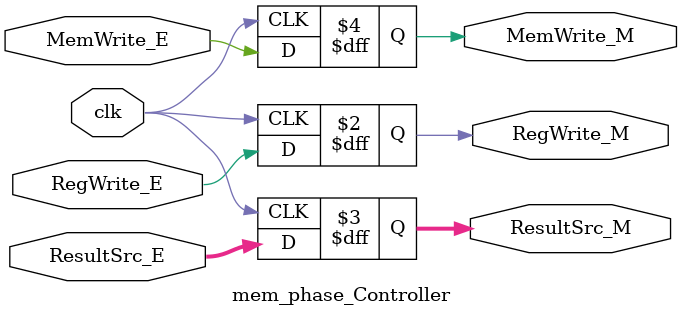
<source format=sv>
module mem_phase_Controller (
    input logic        clk,
    input logic        RegWrite_E,
    input logic [1:0]  ResultSrc_E,
    input logic        MemWrite_E,
    output logic       RegWrite_M,
    output logic[1:0]  ResultSrc_M,
    output logic       MemWrite_M
);
   always_ff @(posedge clk)
      begin
        RegWrite_M  <= RegWrite_E;
        ResultSrc_M <= ResultSrc_E;
        MemWrite_M  <= MemWrite_E;
      end
endmodule

</source>
